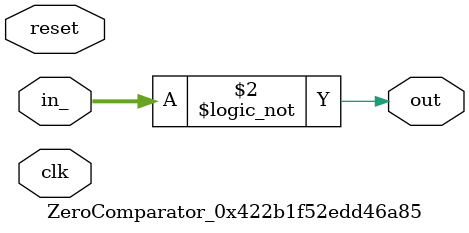
<source format=v>

`default_nettype none
module yourmodule
(
  input  wire [   0:0] clk,
  input  wire [   0:0] reset,
  input  wire [  31:0] msg,
  output wire [   0:0] out,
);

 
  assign out        = clk;



endmodule // mainUnit
`default_nettype wire

//-----------------------------------------------------------------------------
// ZeroComparator_0x422b1f52edd46a85
//-----------------------------------------------------------------------------
// nbits: 16
// dump-vcd: False
// verilator-xinit: zeros
`default_nettype none
module ZeroComparator_0x422b1f52edd46a85
(
  input  wire [   0:0] clk,
  input  wire [  15:0] in_,
  output reg  [   0:0] out,
  input  wire [   0:0] reset
);



  // PYMTL SOURCE:
  //
  // @s.combinational
  // def comb_logic():
  //       s.out.value = s.in_ == 0

  // logic for comb_logic()
  always @ (*) begin
    out = (in_ == 0);
  end


endmodule // ZeroComparator_0x422b1f52edd46a85
`default_nettype wire

</source>
